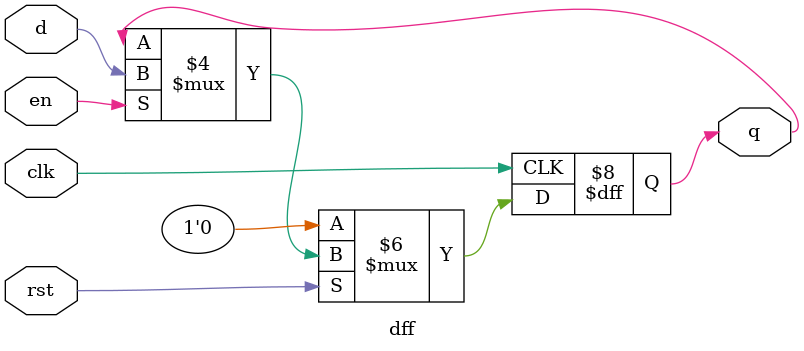
<source format=sv>
module dff
#(parameter int size = 1) // adjust flip-flop size
(
    input logic [size-1:0] d,
    input logic clk,
    input logic rst,
    input logic en,
    output logic [size-1:0] q
);

// Creating the flip-flop
always_ff @ (posedge clk) begin // check conditions on rising clock edge
    priority case (1'b1)
        ~rst: q[size-1:0] <= '0; // active low reset
        en: q[size-1:0] <= d[size-1:0]; // ff enabled
        default: q[size-1:0] <= q[size-1:0]; // ff not enabled
    endcase
end

endmodule


</source>
